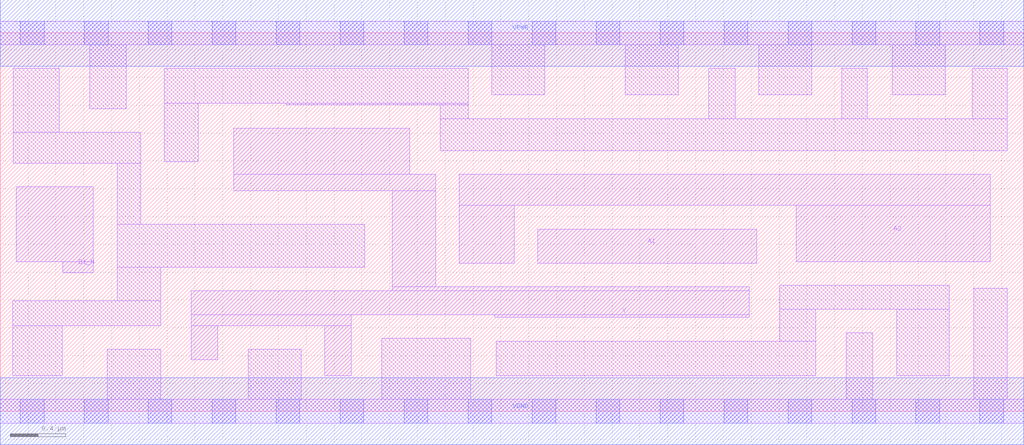
<source format=lef>
# Copyright 2020 The SkyWater PDK Authors
#
# Licensed under the Apache License, Version 2.0 (the "License");
# you may not use this file except in compliance with the License.
# You may obtain a copy of the License at
#
#     https://www.apache.org/licenses/LICENSE-2.0
#
# Unless required by applicable law or agreed to in writing, software
# distributed under the License is distributed on an "AS IS" BASIS,
# WITHOUT WARRANTIES OR CONDITIONS OF ANY KIND, either express or implied.
# See the License for the specific language governing permissions and
# limitations under the License.
#
# SPDX-License-Identifier: Apache-2.0

VERSION 5.7 ;
  NAMESCASESENSITIVE ON ;
  NOWIREEXTENSIONATPIN ON ;
  DIVIDERCHAR "/" ;
  BUSBITCHARS "[]" ;
UNITS
  DATABASE MICRONS 200 ;
END UNITS
PROPERTYDEFINITIONS
  MACRO maskLayoutSubType STRING ;
  MACRO prCellType STRING ;
  MACRO originalViewName STRING ;
END PROPERTYDEFINITIONS
MACRO sky130_fd_sc_hdll__a21boi_4
  CLASS CORE ;
  FOREIGN sky130_fd_sc_hdll__a21boi_4 ;
  ORIGIN  0.000000  0.000000 ;
  SIZE  7.360000 BY  2.720000 ;
  SYMMETRY X Y R90 ;
  SITE unithd ;
  PIN A1
    ANTENNAGATEAREA  1.110000 ;
    DIRECTION INPUT ;
    USE SIGNAL ;
    PORT
      LAYER li1 ;
        RECT 3.865000 1.065000 5.440000 1.310000 ;
    END
  END A1
  PIN A2
    ANTENNAGATEAREA  1.110000 ;
    DIRECTION INPUT ;
    USE SIGNAL ;
    PORT
      LAYER li1 ;
        RECT 3.300000 1.065000 3.695000 1.480000 ;
        RECT 3.300000 1.480000 7.120000 1.705000 ;
        RECT 5.725000 1.075000 7.120000 1.480000 ;
    END
  END A2
  PIN B1_N
    ANTENNAGATEAREA  0.277500 ;
    DIRECTION INPUT ;
    USE SIGNAL ;
    PORT
      LAYER li1 ;
        RECT 0.115000 1.075000 0.670000 1.615000 ;
        RECT 0.450000 0.995000 0.670000 1.075000 ;
    END
  END B1_N
  PIN VGND
    ANTENNADIFFAREA  1.365000 ;
    DIRECTION INOUT ;
    USE SIGNAL ;
    PORT
      LAYER met1 ;
        RECT 0.000000 -0.240000 7.360000 0.240000 ;
    END
  END VGND
  PIN VPWR
    ANTENNADIFFAREA  1.465000 ;
    DIRECTION INOUT ;
    USE SIGNAL ;
    PORT
      LAYER met1 ;
        RECT 0.000000 2.480000 7.360000 2.960000 ;
    END
  END VPWR
  PIN Y
    ANTENNADIFFAREA  1.490500 ;
    DIRECTION OUTPUT ;
    USE SIGNAL ;
    PORT
      LAYER li1 ;
        RECT 1.375000 0.370000 1.565000 0.615000 ;
        RECT 1.375000 0.615000 2.525000 0.695000 ;
        RECT 1.375000 0.695000 5.385000 0.865000 ;
        RECT 1.680000 1.585000 3.130000 1.705000 ;
        RECT 1.680000 1.705000 2.945000 2.035000 ;
        RECT 2.335000 0.255000 2.525000 0.615000 ;
        RECT 2.820000 0.865000 5.385000 0.895000 ;
        RECT 2.820000 0.895000 3.130000 1.585000 ;
        RECT 3.555000 0.675000 5.385000 0.695000 ;
    END
  END Y
  OBS
    LAYER li1 ;
      RECT 0.000000 -0.085000 7.360000 0.085000 ;
      RECT 0.000000  2.635000 7.360000 2.805000 ;
      RECT 0.090000  0.255000 0.445000 0.615000 ;
      RECT 0.090000  0.615000 1.155000 0.795000 ;
      RECT 0.095000  1.785000 1.010000 2.005000 ;
      RECT 0.095000  2.005000 0.425000 2.465000 ;
      RECT 0.645000  2.175000 0.905000 2.635000 ;
      RECT 0.770000  0.085000 1.155000 0.445000 ;
      RECT 0.840000  0.795000 1.155000 1.035000 ;
      RECT 0.840000  1.035000 2.620000 1.345000 ;
      RECT 0.840000  1.345000 1.010000 1.785000 ;
      RECT 1.180000  1.795000 1.425000 2.215000 ;
      RECT 1.180000  2.215000 3.365000 2.465000 ;
      RECT 1.785000  0.085000 2.165000 0.445000 ;
      RECT 2.055000  2.205000 3.365000 2.215000 ;
      RECT 2.745000  0.085000 3.385000 0.525000 ;
      RECT 3.165000  1.875000 7.240000 2.105000 ;
      RECT 3.165000  2.105000 3.365000 2.205000 ;
      RECT 3.535000  2.275000 3.915000 2.635000 ;
      RECT 3.565000  0.255000 5.865000 0.505000 ;
      RECT 4.495000  2.275000 4.875000 2.635000 ;
      RECT 5.095000  2.105000 5.285000 2.465000 ;
      RECT 5.455000  2.275000 5.835000 2.635000 ;
      RECT 5.605000  0.505000 5.865000 0.735000 ;
      RECT 5.605000  0.735000 6.825000 0.905000 ;
      RECT 6.050000  2.105000 6.235000 2.465000 ;
      RECT 6.085000  0.085000 6.275000 0.565000 ;
      RECT 6.415000  2.275000 6.795000 2.635000 ;
      RECT 6.445000  0.255000 6.825000 0.735000 ;
      RECT 6.990000  2.105000 7.240000 2.465000 ;
      RECT 7.000000  0.085000 7.240000 0.885000 ;
    LAYER mcon ;
      RECT 0.145000 -0.085000 0.315000 0.085000 ;
      RECT 0.145000  2.635000 0.315000 2.805000 ;
      RECT 0.605000 -0.085000 0.775000 0.085000 ;
      RECT 0.605000  2.635000 0.775000 2.805000 ;
      RECT 1.065000 -0.085000 1.235000 0.085000 ;
      RECT 1.065000  2.635000 1.235000 2.805000 ;
      RECT 1.525000 -0.085000 1.695000 0.085000 ;
      RECT 1.525000  2.635000 1.695000 2.805000 ;
      RECT 1.985000 -0.085000 2.155000 0.085000 ;
      RECT 1.985000  2.635000 2.155000 2.805000 ;
      RECT 2.445000 -0.085000 2.615000 0.085000 ;
      RECT 2.445000  2.635000 2.615000 2.805000 ;
      RECT 2.905000 -0.085000 3.075000 0.085000 ;
      RECT 2.905000  2.635000 3.075000 2.805000 ;
      RECT 3.365000 -0.085000 3.535000 0.085000 ;
      RECT 3.365000  2.635000 3.535000 2.805000 ;
      RECT 3.825000 -0.085000 3.995000 0.085000 ;
      RECT 3.825000  2.635000 3.995000 2.805000 ;
      RECT 4.285000 -0.085000 4.455000 0.085000 ;
      RECT 4.285000  2.635000 4.455000 2.805000 ;
      RECT 4.745000 -0.085000 4.915000 0.085000 ;
      RECT 4.745000  2.635000 4.915000 2.805000 ;
      RECT 5.205000 -0.085000 5.375000 0.085000 ;
      RECT 5.205000  2.635000 5.375000 2.805000 ;
      RECT 5.665000 -0.085000 5.835000 0.085000 ;
      RECT 5.665000  2.635000 5.835000 2.805000 ;
      RECT 6.125000 -0.085000 6.295000 0.085000 ;
      RECT 6.125000  2.635000 6.295000 2.805000 ;
      RECT 6.585000 -0.085000 6.755000 0.085000 ;
      RECT 6.585000  2.635000 6.755000 2.805000 ;
      RECT 7.045000 -0.085000 7.215000 0.085000 ;
      RECT 7.045000  2.635000 7.215000 2.805000 ;
  END
  PROPERTY maskLayoutSubType "abstract" ;
  PROPERTY prCellType "standard" ;
  PROPERTY originalViewName "layout" ;
END sky130_fd_sc_hdll__a21boi_4
END LIBRARY

</source>
